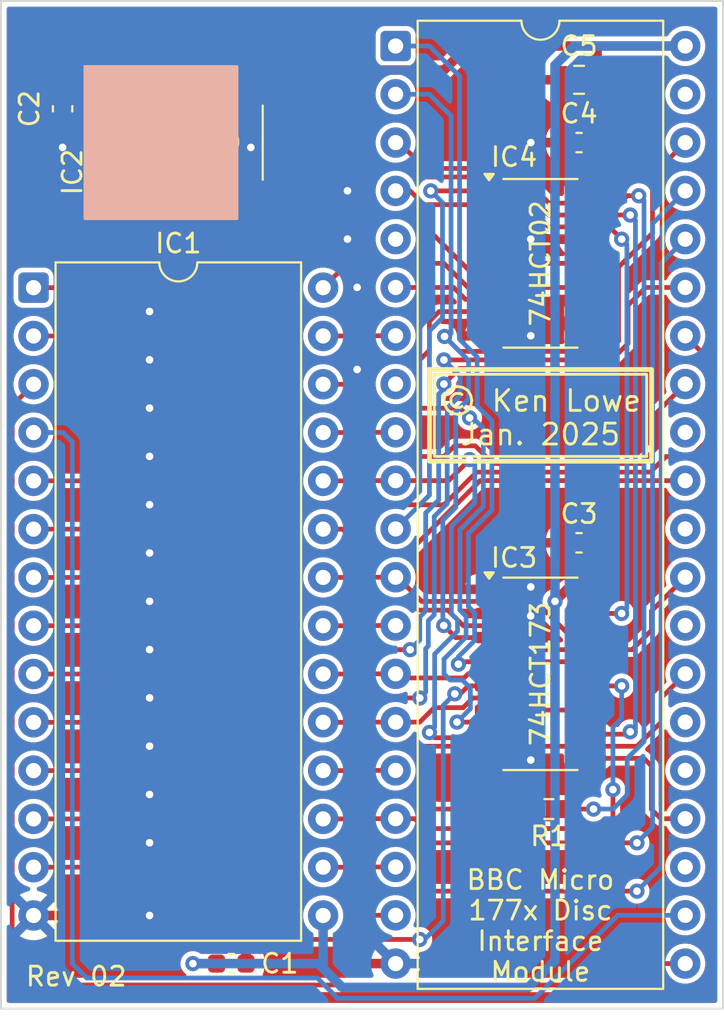
<source format=kicad_pcb>
(kicad_pcb (version 20241229) (generator "pcbnew") (generator_version "9.0")
  (title_block (title "Model B - 1770 Disc Interface") (date "2025-01-07") (rev "01") (company "Ken Lowe") (comment 1 "Rev 01: Initial Release") (comment 2 "Rev 02: Correct wiring error"))
  (layers (0 "F.Cu" signal) (2 "B.Cu" signal) (13 "F.Paste" user) (15 "B.Paste" user) (5 "F.SilkS" user "F.Silkscreen") (7 "B.SilkS" user "B.Silkscreen") (1 "F.Mask" user) (3 "B.Mask" user) (25 "Edge.Cuts" user))
  (net 0 "")
  (net 1 "+5V")
  (net 2 "GND")
  (net 3 "/CLK")
  (net 4 "/D0")
  (net 5 "/D5")
  (net 6 "/~{TRK0}")
  (net 7 "/D3")
  (net 8 "/D7")
  (net 9 "/D1")
  (net 10 "/RD_DATA")
  (net 11 "/DIR")
  (net 12 "/A1")
  (net 13 "/A0")
  (net 14 "/D6")
  (net 15 "/D4")
  (net 16 "/~{WR_PROT}")
  (net 17 "/MO")
  (net 18 "/~{INDEX}")
  (net 19 "/STEP")
  (net 20 "/WR_DATA")
  (net 21 "/WR_EN")
  (net 22 "/D2")
  (net 23 "Net-(IC1-~{DDEN})")
  (net 24 "Net-(IC1-~{MR})")
  (net 25 "Net-(IC1-DRQ)")
  (net 26 "Net-(IC1-INTRQ)")
  (net 27 "Net-(IC1-R{slash}~{W})")
  (net 28 "Net-(IC1-~{CS})")
  (net 29 "Net-(IC5-~{RD})")
  (net 30 "Net-(IC5-SEL1)")
  (net 31 "Net-(IC4-Pad2)")
  (net 32 "Net-(IC5-~{DACK})")
  (net 33 "Net-(IC5-INT)")
  (net 36 "Net-(IC5-CLK)")
  (net 44 "Net-(IC2-Pad11)")
  (net 45 "Net-(IC3-E2)")
  (net 46 "Net-(IC3-Cp)")
  (net 47 "Net-(IC2-Pad5)")
  (net 48 "Net-(IC3-Q1)")
  (net 49 "Net-(IC3-Mr)")
  (net 50 "Net-(IC3-Q0)")
  (net 51 "Net-(IC3-E1)")
  (footprint "Capacitor_SMD:C_0805_2012Metric" (layer "F.Cu") (at 109.982 38.862 180)
    (property "Reference" "C5")
    (property "Value" "10uF")
  )
  (footprint "Package_SO:SOIC-14_3.9x8.7mm_P1.27mm" (layer "F.Cu") (at 107.95 48.514)
    (property "Reference" "IC4")
    (property "Value" "74HCT02")
  )
  (footprint "Capacitor_SMD:C_0603_1608Metric" (layer "F.Cu") (at 109.982 63.214 180)
    (property "Reference" "C3")
    (property "Value" "100n")
  )
  (footprint "Capacitor_SMD:C_0603_1608Metric" (layer "F.Cu") (at 91.681 85.344)
    (property "Reference" "C1")
    (property "Value" "100n")
  )
  (footprint "Capacitor_SMD:C_0603_1608Metric" (layer "F.Cu") (at 109.982 42.164 180)
    (property "Reference" "C4")
    (property "Value" "100n")
  )
  (footprint "Package_DIP:DIP-40_W15.24mm" (layer "F.Cu") (at 100.33 37.084)
    (property "Reference" "IC5" (hide yes))
    (property "Value" "8271")
  )
  (footprint "Package_DIP:DIP-28_W15.24mm" (layer "F.Cu") (at 81.275 49.794)
    (property "Reference" "IC1")
    (property "Value" "WD1770")
  )
  (footprint "Package_SO:SOIC-16_3.9x9.9mm_P1.27mm" (layer "F.Cu") (at 107.95 70.104)
    (property "Reference" "IC3")
    (property "Value" "74HCT173")
  )
  (footprint "Resistor_SMD:R_0603_1608Metric" (layer "F.Cu") (at 108.395 77.216 180)
    (property "Reference" "R1")
    (property "Value" "100R")
  )
  (footprint "Capacitor_SMD:C_0603_1608Metric" (layer "F.Cu") (at 82.804 40.386 -90)
    (property "Reference" "C2")
    (property "Value" "100n")
  )
  (footprint "Package_SO:SOIC-14_3.9x8.7mm_P1.27mm" (layer "F.Cu") (at 88.9 42.164 90)
    (property "Reference" "IC2")
    (property "Value" "74HCT00")
  )
  (gr_rect (start 102.113 54.097) (end 113.797 58.923) (stroke (width 0.25)) (fill no) (layer "F.SilkS"))
  (gr_rect (start 102.367 54.351) (end 113.543 58.669) (stroke (width 0.15)) (fill no) (layer "F.SilkS"))
  (gr_rect (start 83.982 38.164) (end 91.982 46.164) (stroke (width 0.15)) (fill yes) (layer "B.SilkS"))
  (gr_rect (start 79.56 34.714) (end 117.56 87.714) (stroke (width 0.1)) (fill no) (layer "Edge.Cuts"))
  (gr_text "Rev 02" (at 80.777 86.609 0) (layer "F.SilkS") (effects (font (size 1 1)) (justify left bottom)))
  (gr_text "© Ken Lowe\nJan. 2025" (at 107.955 58.161 0) (layer "F.SilkS") (effects (font (size 1.1 1.1)) (justify bottom)))
  (gr_text "BBC Micro\n177x Disc\nInterface\nModule" (at 107.95 86.355 0) (layer "F.SilkS") (effects (font (size 1 1)) (justify bottom)))
  (segment (start 85.09 38.174432) (end 86.385432 36.879) (width 0.5) (layer "F.Cu") (net 1))
  (segment (start 85.09 39.689) (end 85.09 38.174432) (width 0.5) (layer "F.Cu") (net 1))
  (segment (start 110.757 63.214) (end 110.757 65.327) (width 0.5) (layer "F.Cu") (net 1))
  (segment (start 109.347 65.659) (end 108.716653 66.289347) (width 0.5) (layer "F.Cu") (net 1))
  (segment (start 93.504569 36.429) (end 95.424569 38.349) (width 0.5) (layer "F.Cu") (net 1))
  (segment (start 110.757 44.372) (end 110.425 44.704) (width 0.5) (layer "F.Cu") (net 1))
  (segment (start 110.757 42.164) (end 110.757 40.881) (width 0.5) (layer "F.Cu") (net 1))
  (segment (start 110.932 38.862) (end 110.932 40.706) (width 0.5) (layer "F.Cu") (net 1))
  (segment (start 110.757 65.327) (end 110.425 65.659) (width 0.5) (layer "F.Cu") (net 1))
  (segment (start 95.424569 38.349) (end 102.875 38.349) (width 0.5) (layer "F.Cu") (net 1))
  (segment (start 110.932 37.084) (end 115.57 37.084) (width 0.5) (layer "F.Cu") (net 1))
  (segment (start 110.425 65.659) (end 109.347 65.659) (width 0.5) (layer "F.Cu") (net 1))
  (segment (start 110.932 40.706) (end 110.757 40.881) (width 0.5) (layer "F.Cu") (net 1))
  (segment (start 89.159 36.879) (end 89.609 36.429) (width 0.5) (layer "F.Cu") (net 1))
  (segment (start 82.804 39.611) (end 85.012 39.611) (width 0.5) (layer "F.Cu") (net 1))
  (segment (start 110.932 38.862) (end 110.932 37.084) (width 0.5) (layer "F.Cu") (net 1))
  (segment (start 102.875 38.349) (end 104.14 37.084) (width 0.5) (layer "F.Cu") (net 1))
  (segment (start 104.14 37.084) (end 110.932 37.084) (width 0.5) (layer "F.Cu") (net 1))
  (segment (start 110.757 42.164) (end 110.757 44.372) (width 0.5) (layer "F.Cu") (net 1))
  (segment (start 89.609 36.429) (end 93.504569 36.429) (width 0.5) (layer "F.Cu") (net 1))
  (segment (start 86.385432 36.879) (end 89.159 36.879) (width 0.5) (layer "F.Cu") (net 1))
  (segment (start 90.906 85.344) (end 89.662 85.344) (width 0.5) (layer "F.Cu") (net 1))
  (via (at 108.716653 66.289347) (size 0.8) (drill 0.4) (layers "F.Cu" "B.Cu") (net 1))
  (via (at 89.662 85.344) (size 0.8) (drill 0.4) (layers "F.Cu" "B.Cu") (net 1))
  (segment (start 108.716653 66.289347) (end 108.716653 38.095347) (width 0.5) (layer "B.Cu") (net 1))
  (segment (start 89.662 85.344) (end 96.266 85.344) (width 0.5) (layer "B.Cu") (net 1))
  (segment (start 96.266 85.344) (end 96.515 85.593) (width 0.5) (layer "B.Cu") (net 1))
  (segment (start 108.716653 38.095347) (end 109.728 37.084) (width 0.5) (layer "B.Cu") (net 1))
  (segment (start 96.515 85.593) (end 97.516 86.594) (width 0.5) (layer "B.Cu") (net 1))
  (segment (start 109.728 37.084) (end 115.57 37.084) (width 0.5) (layer "B.Cu") (net 1))
  (segment (start 96.515 85.593) (end 96.515 82.814) (width 0.5) (layer "B.Cu") (net 1))
  (segment (start 107.317 86.594) (end 108.716653 85.194347) (width 0.5) (layer "B.Cu") (net 1))
  (segment (start 97.516 86.594) (end 107.317 86.594) (width 0.5) (layer "B.Cu") (net 1))
  (segment (start 108.716653 85.194347) (end 108.716653 66.289347) (width 0.5) (layer "B.Cu") (net 1))
  (segment (start 92.71 85.344) (end 100.33 85.344) (width 0.5) (layer "F.Cu") (net 2))
  (segment (start 87.381 82.814) (end 81.275 82.814) (width 0.5) (layer "F.Cu") (net 2))
  (segment (start 82.804 42.418) (end 82.804 41.161) (width 0.5) (layer "F.Cu") (net 2))
  (segment (start 107.352 74.549) (end 107.442 74.639) (width 0.5) (layer "F.Cu") (net 2))
  (segment (start 107.442 65.532) (end 108.204 65.532) (width 0.5) (layer "F.Cu") (net 2))
  (segment (start 92.71 42.418) (end 92.71 44.639) (width 0.5) (layer "F.Cu") (net 2))
  (segment (start 105.475 65.659) (end 107.315 65.659) (width 0.5) (layer "F.Cu") (net 2))
  (segment (start 105.475 66.929) (end 107.305694 66.929) (width 0.5) (layer "F.Cu") (net 2))
  (segment (start 92.456 85.344) (end 92.456 83.82) (width 0.5) (layer "F.Cu") (net 2))
  (segment (start 107.315 65.659) (end 107.442 65.532) (width 0.5) (layer "F.Cu") (net 2))
  (segment (start 109.207 40.881) (end 109.207 42.164) (width 0.5) (layer "F.Cu") (net 2))
  (segment (start 109.032 40.706) (end 109.207 40.881) (width 0.5) (layer "F.Cu") (net 2))
  (segment (start 109.207 42.164) (end 107.442 42.164) (width 0.5) (layer "F.Cu") (net 2))
  (segment (start 109.207 63.214) (end 109.207 64.529) (width 0.5) (layer "F.Cu") (net 2))
  (segment (start 105.475 74.549) (end 107.352 74.549) (width 0.5) (layer "F.Cu") (net 2))
  (segment (start 109.207 64.529) (end 108.204 65.532) (width 0.5) (layer "F.Cu") (net 2))
  (segment (start 92.456 83.82) (end 91.45 82.814) (width 0.5) (layer "F.Cu") (net 2))
  (segment (start 107.442 47.244) (end 110.425 47.244) (width 0.5) (layer "F.Cu") (net 2))
  (segment (start 91.45 82.814) (end 87.381 82.814) (width 0.5) (layer "F.Cu") (net 2))
  (segment (start 107.442 52.324) (end 105.475 52.324) (width 0.5) (layer "F.Cu") (net 2))
  (segment (start 107.305694 66.929) (end 107.437347 67.060653) (width 0.5) (layer "F.Cu") (net 2))
  (segment (start 109.032 38.862) (end 109.032 40.706) (width 0.5) (layer "F.Cu") (net 2))
  (via (at 107.442 47.244) (size 0.8) (drill 0.4) (layers "F.Cu" "B.Cu") (net 2))
  (via (at 107.442 42.164) (size 0.8) (drill 0.4) (layers "F.Cu" "B.Cu") (net 2))
  (via (at 87.381 82.814) (size 0.8) (drill 0.4) (layers "F.Cu" "B.Cu") (net 2))
  (via (at 87.381 61.209) (size 0.8) (drill 0.4) (layers "F.Cu" "B.Cu") (net 2))
  (via (at 87.381 68.829) (size 0.8) (drill 0.4) (layers "F.Cu" "B.Cu") (net 2))
  (via (at 87.381 51.049) (size 0.8) (drill 0.4) (layers "F.Cu" "B.Cu") (net 2))
  (via (at 97.795 47.239) (size 0.8) (drill 0.4) (layers "F.Cu" "B.Cu") (net 2))
  (via (at 87.381 58.669) (size 0.8) (drill 0.4) (layers "F.Cu" "B.Cu") (net 2))
  (via (at 82.804 42.418) (size 0.8) (drill 0.4) (layers "F.Cu" "B.Cu") (net 2))
  (via (at 92.71 42.418) (size 0.8) (drill 0.4) (layers "F.Cu" "B.Cu") (net 2))
  (via (at 107.442 74.639) (size 0.8) (drill 0.4) (layers "F.Cu" "B.Cu") (net 2))
  (via (at 87.381 76.449) (size 0.8) (drill 0.4) (layers "F.Cu" "B.Cu") (net 2))
  (via (at 97.795 44.699) (size 0.8) (drill 0.4) (layers "F.Cu" "B.Cu") (net 2))
  (via (at 87.381 78.989) (size 0.8) (drill 0.4) (layers "F.Cu" "B.Cu") (net 2))
  (via (at 87.381 66.289) (size 0.8) (drill 0.4) (layers "F.Cu" "B.Cu") (net 2))
  (via (at 98.303 54.097) (size 0.8) (drill 0.4) (layers "F.Cu" "B.Cu") (net 2))
  (via (at 107.437347 67.060653) (size 0.8) (drill 0.4) (layers "F.Cu" "B.Cu") (net 2))
  (via (at 87.381 63.749) (size 0.8) (drill 0.4) (layers "F.Cu" "B.Cu") (net 2))
  (via (at 107.442 65.532) (size 0.8) (drill 0.4) (layers "F.Cu" "B.Cu") (net 2))
  (via (at 87.381 73.909) (size 0.8) (drill 0.4) (layers "F.Cu" "B.Cu") (net 2))
  (via (at 107.442 52.324) (size 0.8) (drill 0.4) (layers "F.Cu" "B.Cu") (net 2))
  (via (at 87.381 71.369) (size 0.8) (drill 0.4) (layers "F.Cu" "B.Cu") (net 2))
  (via (at 87.381 53.589) (size 0.8) (drill 0.4) (layers "F.Cu" "B.Cu") (net 2))
  (via (at 98.303 49.779) (size 0.8) (drill 0.4) (layers "F.Cu" "B.Cu") (net 2))
  (via (at 87.381 56.129) (size 0.8) (drill 0.4) (layers "F.Cu" "B.Cu") (net 2))
  (segment (start 92.71 42.418) (end 97.282 42.418) (width 0.5) (layer "B.Cu") (net 2))
  (segment (start 87.381 78.989) (end 87.381 76.449) (width 0.5) (layer "B.Cu") (net 2))
  (segment (start 87.381 66.289) (end 87.381 63.749) (width 0.5) (layer "B.Cu") (net 2))
  (segment (start 87.381 53.589) (end 87.381 51.049) (width 0.5) (layer "B.Cu") (net 2))
  (segment (start 82.809 42.423) (end 82.804 42.418) (width 0.5) (layer "B.Cu") (net 2))
  (segment (start 87.381 71.369) (end 87.381 68.829) (width 0.5) (layer "B.Cu") (net 2))
  (segment (start 82.809 44.699) (end 82.809 42.423) (width 0.5) (layer "B.Cu") (net 2))
  (segment (start 98.303 47.747) (end 97.795 47.239) (width 0.5) (layer "B.Cu") (net 2))
  (segment (start 107.437347 65.536653) (end 107.442 65.532) (width 0.5) (layer "B.Cu") (net 2))
  (segment (start 92.71 42.418) (end 89.159 42.418) (width 0.5) (layer "B.Cu") (net 2))
  (segment (start 107.442 65.532) (end 107.442 52.324) (width 0.5) (layer "B.Cu") (net 2))
  (segment (start 87.381 82.814) (end 87.381 78.989) (width 0.5) (layer "B.Cu") (net 2))
  (segment (start 87.381 58.669) (end 87.381 56.129) (width 0.5) (layer "B.Cu") (net 2))
  (segment (start 87.381 76.449) (end 87.381 73.909) (width 0.5) (layer "B.Cu") (net 2))
  (segment (start 97.79 44.694) (end 97.795 44.699) (width 0.5) (layer "B.Cu") (net 2))
  (segment (start 97.795 42.931) (end 97.282 42.418) (width 0.5) (layer "B.Cu") (net 2))
  (segment (start 107.442 42.164) (end 107.442 47.244) (width 0.5) (layer "B.Cu") (net 2))
  (segment (start 87.381 68.829) (end 87.381 66.289) (width 0.5) (layer "B.Cu") (net 2))
  (segment (start 89.159 42.418) (end 82.804 42.418) (width 0.5) (layer "B.Cu") (net 2))
  (segment (start 87.381 56.129) (end 87.381 53.589) (width 0.5) (layer "B.Cu") (net 2))
  (segment (start 87.381 63.749) (end 87.381 61.209) (width 0.5) (layer "B.Cu") (net 2))
  (segment (start 87.381 49.271) (end 82.809 44.699) (width 0.5) (layer "B.Cu") (net 2))
  (segment (start 107.437347 67.060653) (end 107.437347 74.634347) (width 0.5) (layer "B.Cu") (net 2))
  (segment (start 107.442 74.639) (end 107.442 84.328) (width 0.5) (layer "B.Cu") (net 2))
  (segment (start 107.437347 74.634347) (end 107.442 74.639) (width 0.5) (layer "B.Cu") (net 2))
  (segment (start 98.303 49.779) (end 98.303 47.747) (width 0.5) (layer "B.Cu") (net 2))
  (segment (start 87.381 73.909) (end 87.381 71.369) (width 0.5) (layer "B.Cu") (net 2))
  (segment (start 107.437347 67.060653) (end 107.437347 65.536653) (width 0.5) (layer "B.Cu") (net 2))
  (segment (start 97.795 44.699) (end 97.795 47.239) (width 0.5) (layer "B.Cu") (net 2))
  (segment (start 87.381 61.209) (end 87.381 58.669) (width 0.5) (layer "B.Cu") (net 2))
  (segment (start 106.426 85.344) (end 107.442 84.328) (width 0.5) (layer "B.Cu") (net 2))
  (segment (start 98.303 49.779) (end 98.303 54.097) (width 0.5) (layer "B.Cu") (net 2))
  (segment (start 107.442 52.324) (end 107.442 47.244) (width 0.5) (layer "B.Cu") (net 2))
  (segment (start 97.795 44.699) (end 97.795 42.931) (width 0.5) (layer "B.Cu") (net 2))
  (segment (start 87.381 51.049) (end 87.381 49.271) (width 0.5) (layer "B.Cu") (net 2))
  (segment (start 106.426 85.344) (end 100.33 85.344) (width 0.5) (layer "B.Cu") (net 2))
  (segment (start 102.322 77.216) (end 101.56 76.454) (width 0.25) (layer "F.Cu") (net 3))
  (segment (start 101.56 76.454) (end 99.06 76.454) (width 0.25) (layer "F.Cu") (net 3))
  (segment (start 99.06 76.454) (end 97.8 75.194) (width 0.25) (layer "F.Cu") (net 3))
  (segment (start 97.8 75.194) (end 96.515 75.194) (width 0.25) (layer "F.Cu") (net 3))
  (segment (start 107.57 77.216) (end 102.322 77.216) (width 0.25) (layer "F.Cu") (net 3))
  (segment (start 99.06 65.024) (end 97.79 63.754) (width 0.25) (layer "F.Cu") (net 4))
  (segment (start 100.33 65.024) (end 99.06 65.024) (width 0.25) (layer "F.Cu") (net 4))
  (segment (start 81.275 59.954) (end 90.18 59.954) (width 0.25) (layer "F.Cu") (net 4))
  (segment (start 100.426396 65.024) (end 101.696396 66.294) (width 0.25) (layer "F.Cu") (net 4))
  (segment (start 107.696 66.294) (end 109.601 68.199) (width 0.25) (layer "F.Cu") (net 4))
  (segment (start 93.98 63.754) (end 97.79 63.754) (width 0.25) (layer "F.Cu") (net 4))
  (segment (start 90.18 59.954) (end 93.98 63.754) (width 0.25) (layer "F.Cu") (net 4))
  (segment (start 101.696396 66.294) (end 107.696 66.294) (width 0.25) (layer "F.Cu") (net 4))
  (segment (start 101.331 77.724) (end 101.849 78.242) (width 0.25) (layer "F.Cu") (net 5))
  (segment (start 101.849 78.242) (end 111.496 78.242) (width 0.25) (layer "F.Cu") (net 5))
  (segment (start 100.33 77.724) (end 101.331 77.724) (width 0.25) (layer "F.Cu") (net 5))
  (segment (start 112.225 70.739) (end 110.425 70.739) (width 0.25) (layer "F.Cu") (net 5))
  (segment (start 111.496 78.242) (end 111.765 77.973) (width 0.25) (layer "F.Cu") (net 5))
  (segment (start 99.06 77.724) (end 97.79 76.454) (width 0.25) (layer "F.Cu") (net 5))
  (segment (start 81.275 72.654) (end 90.18 72.654) (width 0.25) (layer "F.Cu") (net 5))
  (segment (start 90.18 72.654) (end 93.98 76.454) (width 0.25) (layer "F.Cu") (net 5))
  (segment (start 93.98 76.454) (end 97.79 76.454) (width 0.25) (layer "F.Cu") (net 5))
  (segment (start 111.765 77.973) (end 111.765 76.195) (width 0.25) (layer "F.Cu") (net 5))
  (segment (start 100.33 77.724) (end 99.06 77.724) (width 0.25) (layer "F.Cu") (net 5))
  (via (at 112.225 70.739) (size 0.8) (drill 0.4) (layers "F.Cu" "B.Cu") (net 5))
  (via (at 111.765 76.195) (size 0.8) (drill 0.4) (layers "F.Cu" "B.Cu") (net 5))
  (segment (start 112.225 72.438) (end 112.225 70.739) (width 0.25) (layer "B.Cu") (net 5))
  (segment (start 111.765 72.898) (end 111.765 76.195) (width 0.25) (layer "B.Cu") (net 5))
  (segment (start 112.225 72.438) (end 111.765 72.898) (width 0.25) (layer "B.Cu") (net 5))
  (segment (start 100.966396 63.754) (end 104.776396 59.944) (width 0.25) (layer "F.Cu") (net 6))
  (segment (start 98.806 63.754) (end 100.966396 63.754) (width 0.25) (layer "F.Cu") (net 6))
  (segment (start 104.776396 59.944) (end 115.57 59.944) (width 0.25) (layer "F.Cu") (net 6))
  (segment (start 96.515 62.494) (end 97.546 62.494) (width 0.25) (layer "F.Cu") (net 6))
  (segment (start 97.546 62.494) (end 98.806 63.754) (width 0.25) (layer "F.Cu") (net 6))
  (segment (start 101.6 72.644) (end 100.33 72.644) (width 0.25) (layer "F.Cu") (net 7))
  (segment (start 93.98 71.374) (end 97.79 71.374) (width 0.25) (layer "F.Cu") (net 7))
  (segment (start 81.275 67.574) (end 90.18 67.574) (width 0.25) (layer "F.Cu") (net 7))
  (segment (start 100.33 72.644) (end 99.06 72.644) (width 0.25) (layer "F.Cu") (net 7))
  (segment (start 110.425 72.009) (end 107.315 72.009) (width 0.25) (layer "F.Cu") (net 7))
  (segment (start 102.362 71.882) (end 101.6 72.644) (width 0.25) (layer "F.Cu") (net 7))
  (segment (start 90.18 67.574) (end 93.98 71.374) (width 0.25) (layer "F.Cu") (net 7))
  (segment (start 107.315 72.009) (end 106.68 71.374) (width 0.25) (layer "F.Cu") (net 7))
  (segment (start 103.886 71.882) (end 102.362 71.882) (width 0.25) (layer "F.Cu") (net 7))
  (segment (start 99.06 72.644) (end 97.79 71.374) (width 0.25) (layer "F.Cu") (net 7))
  (segment (start 104.394 71.374) (end 103.886 71.882) (width 0.25) (layer "F.Cu") (net 7))
  (segment (start 106.68 71.374) (end 104.394 71.374) (width 0.25) (layer "F.Cu") (net 7))
  (segment (start 90.18 77.734) (end 93.98 81.534) (width 0.25) (layer "F.Cu") (net 8))
  (segment (start 99.06 82.804) (end 97.79 81.534) (width 0.25) (layer "F.Cu") (net 8))
  (segment (start 100.33 82.804) (end 99.06 82.804) (width 0.25) (layer "F.Cu") (net 8))
  (segment (start 81.275 77.734) (end 90.18 77.734) (width 0.25) (layer "F.Cu") (net 8))
  (segment (start 93.98 81.534) (end 97.79 81.534) (width 0.25) (layer "F.Cu") (net 8))
  (segment (start 90.18 62.494) (end 93.98 66.294) (width 0.25) (layer "F.Cu") (net 9))
  (segment (start 81.275 62.494) (end 90.18 62.494) (width 0.25) (layer "F.Cu") (net 9))
  (segment (start 100.33 67.564) (end 99.06 67.564) (width 0.25) (layer "F.Cu") (net 9))
  (segment (start 93.98 66.294) (end 97.79 66.294) (width 0.25) (layer "F.Cu") (net 9))
  (segment (start 99.06 67.564) (end 97.79 66.294) (width 0.25) (layer "F.Cu") (net 9))
  (segment (start 97.8 72.654) (end 99.06 73.914) (width 0.25) (layer "F.Cu") (net 10))
  (segment (start 114.3 72.644) (end 114.3 71.374) (width 0.25) (layer "F.Cu") (net 10))
  (segment (start 114.3 71.374) (end 115.57 70.104) (width 0.25) (layer "F.Cu") (net 10))
  (segment (start 99.06 73.914) (end 113.03 73.914) (width 0.25) (layer "F.Cu") (net 10))
  (segment (start 113.03 73.914) (end 114.3 72.644) (width 0.25) (layer "F.Cu") (net 10))
  (segment (start 96.515 72.654) (end 97.8 72.654) (width 0.25) (layer "F.Cu") (net 10))
  (segment (start 96.515 77.734) (end 97.8 77.734) (width 0.25) (layer "F.Cu") (net 11))
  (segment (start 97.8 77.734) (end 99.06 78.994) (width 0.25) (layer "F.Cu") (net 11))
  (segment (start 99.06 78.994) (end 113.03 78.994) (width 0.25) (layer "F.Cu") (net 11))
  (via (at 113.03 78.994) (size 0.8) (drill 0.4) (layers "F.Cu" "B.Cu") (net 11))
  (segment (start 113.85 78.174) (end 113.85 46.424) (width 0.25) (layer "B.Cu") (net 11))
  (segment (start 113.85 46.424) (end 115.57 44.704) (width 0.25) (layer "B.Cu") (net 11))
  (segment (start 113.03 78.994) (end 113.85 78.174) (width 0.25) (layer "B.Cu") (net 11))
  (segment (start 84.079 86.101) (end 83.317 85.339) (width 0.25) (layer "B.Cu") (net 12))
  (segment (start 82.824 57.414) (end 81.275 57.414) (width 0.25) (layer "B.Cu") (net 12))
  (segment (start 96.209828 86.101) (end 84.079 86.101) (width 0.25) (layer "B.Cu") (net 12))
  (segment (start 83.317 57.907) (end 82.824 57.414) (width 0.25) (layer "B.Cu") (net 12))
  (segment (start 115.57 82.804) (end 112.014 82.804) (width 0.25) (layer "B.Cu") (net 12))
  (segment (start 83.317 85.339) (end 83.317 57.907) (width 0.25) (layer "B.Cu") (net 12))
  (segment (start 107.649 87.169) (end 97.277828 87.169) (width 0.25) (layer "B.Cu") (net 12))
  (segment (start 112.014 82.804) (end 107.649 87.169) (width 0.25) (layer "B.Cu") (net 12))
  (segment (start 97.277828 87.169) (end 96.209828 86.101) (width 0.25) (layer "B.Cu") (net 12))
  (segment (start 80.15 55.999) (end 80.15 85.484) (width 0.25) (layer "F.Cu") (net 13))
  (segment (start 81.275 54.874) (end 80.15 55.999) (width 0.25) (layer "F.Cu") (net 13))
  (segment (start 81.135 86.469) (end 110.635 86.469) (width 0.25) (layer "F.Cu") (net 13))
  (segment (start 110.635 86.469) (end 111.76 85.344) (width 0.25) (layer "F.Cu") (net 13))
  (segment (start 111.76 85.344) (end 115.57 85.344) (width 0.25) (layer "F.Cu") (net 13))
  (segment (start 80.15 85.484) (end 81.135 86.469) (width 0.25) (layer "F.Cu") (net 13))
  (segment (start 99.06 80.264) (end 97.79 78.994) (width 0.25) (layer "F.Cu") (net 14))
  (segment (start 93.98 78.994) (end 97.79 78.994) (width 0.25) (layer "F.Cu") (net 14))
  (segment (start 90.18 75.194) (end 93.98 78.994) (width 0.25) (layer "F.Cu") (net 14))
  (segment (start 100.33 80.264) (end 99.06 80.264) (width 0.25) (layer "F.Cu") (net 14))
  (segment (start 81.275 75.194) (end 90.18 75.194) (width 0.25) (layer "F.Cu") (net 14))
  (segment (start 100.33 75.184) (end 99.06 75.184) (width 0.25) (layer "F.Cu") (net 15))
  (segment (start 81.275 70.114) (end 90.18 70.114) (width 0.25) (layer "F.Cu") (net 15))
  (segment (start 99.06 75.184) (end 97.79 73.914) (width 0.25) (layer "F.Cu") (net 15))
  (segment (start 90.18 70.114) (end 93.98 73.914) (width 0.25) (layer "F.Cu") (net 15))
  (segment (start 93.98 73.914) (end 97.79 73.914) (width 0.25) (layer "F.Cu") (net 15))
  (segment (start 104.520304 58.113696) (end 103.430304 58.113696) (width 0.25) (layer "F.Cu") (net 16))
  (segment (start 102.87 58.674) (end 99.06 58.674) (width 0.25) (layer "F.Cu") (net 16))
  (segment (start 114.06 56.374) (end 114.06 58.214) (width 0.25) (layer "F.Cu") (net 16))
  (segment (start 114.06 58.214) (end 113.23 59.044) (width 0.25) (layer "F.Cu") (net 16))
  (segment (start 115.57 54.864) (end 114.06 56.374) (width 0.25) (layer "F.Cu") (net 16))
  (segment (start 99.06 58.674) (end 97.8 57.414) (width 0.25) (layer "F.Cu") (net 16))
  (segment (start 103.430304 58.113696) (end 102.87 58.674) (width 0.25) (layer "F.Cu") (net 16))
  (segment (start 113.23 59.044) (end 105.450608 59.044) (width 0.25) (layer "F.Cu") (net 16))
  (segment (start 105.450608 59.044) (end 104.520304 58.113696) (width 0.25) (layer "F.Cu") (net 16))
  (segment (start 97.8 57.414) (end 96.515 57.414) (width 0.25) (layer "F.Cu") (net 16))
  (segment (start 115.57 42.164) (end 113.85 43.884) (width 0.25) (layer "F.Cu") (net 17))
  (segment (start 113.85 43.884) (end 113.85 46.924) (width 0.25) (layer "F.Cu") (net 17))
  (segment (start 96.515 70.114) (end 97.8 70.114) (width 0.25) (layer "F.Cu") (net 17))
  (segment (start 97.8 70.114) (end 99.06 71.374) (width 0.25) (layer "F.Cu") (net 17))
  (segment (start 99.06 71.374) (end 101.6 71.374) (width 0.25) (layer "F.Cu") (net 17))
  (segment (start 112.06 48.714) (end 112.06 52.594) (width 0.25) (layer "F.Cu") (net 17))
  (segment (start 112.06 52.594) (end 111.06 53.594) (width 0.25) (layer "F.Cu") (net 17))
  (segment (start 111.06 53.594) (end 102.87 53.594) (width 0.25) (layer "F.Cu") (net 17))
  (segment (start 113.85 46.924) (end 112.06 48.714) (width 0.25) (layer "F.Cu") (net 17))
  (via (at 101.6 71.374) (size 0.8) (drill 0.4) (layers "F.Cu" "B.Cu") (net 17))
  (via (at 102.87 53.594) (size 0.8) (drill 0.4) (layers "F.Cu" "B.Cu") (net 17))
  (segment (start 101.912 71.062) (end 101.6 71.374) (width 0.25) (layer "B.Cu") (net 17))
  (segment (start 103.045 61.146396) (end 102.362 61.829396) (width 0.25) (layer "B.Cu") (net 17))
  (segment (start 102.05 68.638) (end 101.912 68.776) (width 0.25) (layer "B.Cu") (net 17))
  (segment (start 102.05 67.31) (end 102.05 68.638) (width 0.25) (layer "B.Cu") (net 17))
  (segment (start 103.7195 54.4435) (end 103.7195 55.4595) (width 0.25) (layer "B.Cu") (net 17))
  (segment (start 102.362 66.998) (end 102.05 67.31) (width 0.25) (layer "B.Cu") (net 17))
  (segment (start 102.362 61.829396) (end 102.362 66.998) (width 0.25) (layer "B.Cu") (net 17))
  (segment (start 103.7195 55.4595) (end 103.045 56.134) (width 0.25) (layer "B.Cu") (net 17))
  (segment (start 102.87 53.594) (end 103.7195 54.4435) (width 0.25) (layer "B.Cu") (net 17))
  (segment (start 103.045 56.134) (end 103.045 61.146396) (width 0.25) (layer "B.Cu") (net 17))
  (segment (start 101.912 68.776) (end 101.912 71.062) (width 0.25) (layer "B.Cu") (net 17))
  (segment (start 96.515 59.954) (end 97.8 59.954) (width 0.25) (layer "F.Cu") (net 18))
  (segment (start 113.74 59.494) (end 114.56 58.674) (width 0.25) (layer "F.Cu") (net 18))
  (segment (start 114.56 58.674) (end 115.890991 58.674) (width 0.25) (layer "F.Cu") (net 18))
  (segment (start 102.87 61.214) (end 104.59 59.494) (width 0.25) (layer "F.Cu") (net 18))
  (segment (start 116.84 53.594) (end 115.57 52.324) (width 0.25) (layer "F.Cu") (net 18))
  (segment (start 97.8 59.954) (end 99.06 61.214) (width 0.25) (layer "F.Cu") (net 18))
  (segment (start 104.59 59.494) (end 113.74 59.494) (width 0.25) (layer "F.Cu") (net 18))
  (segment (start 115.890991 58.674) (end 116.84 57.724991) (width 0.25) (layer "F.Cu") (net 18))
  (segment (start 99.06 61.214) (end 102.87 61.214) (width 0.25) (layer "F.Cu") (net 18))
  (segment (start 116.84 57.724991) (end 116.84 53.594) (width 0.25) (layer "F.Cu") (net 18))
  (segment (start 99.06 81.534) (end 113.03 81.534) (width 0.25) (layer "F.Cu") (net 19))
  (segment (start 96.515 80.274) (end 97.8 80.274) (width 0.25) (layer "F.Cu") (net 19))
  (segment (start 97.8 80.274) (end 99.06 81.534) (width 0.25) (layer "F.Cu") (net 19))
  (via (at 113.03 81.534) (size 0.8) (drill 0.4) (layers "F.Cu" "B.Cu") (net 19))
  (segment (start 113.03 81.534) (end 114.3 80.264) (width 0.25) (layer "B.Cu") (net 19))
  (segment (start 114.3 48.514) (end 115.57 47.244) (width 0.25) (layer "B.Cu") (net 19))
  (segment (start 114.3 80.264) (end 114.3 48.514) (width 0.25) (layer "B.Cu") (net 19))
  (segment (start 107.82 68.834) (end 112.776 68.834) (width 0.25) (layer "F.Cu") (net 20))
  (segment (start 101.06 66.294) (end 101.52 66.754) (width 0.25) (layer "F.Cu") (net 20))
  (segment (start 97.64637 65.034) (end 98.90637 66.294) (width 0.25) (layer "F.Cu") (net 20))
  (segment (start 113.792 66.802) (end 115.57 65.024) (width 0.25) (layer "F.Cu") (net 20))
  (segment (start 106.56 67.574) (end 107.82 68.834) (width 0.25) (layer "F.Cu") (net 20))
  (segment (start 98.90637 66.294) (end 101.06 66.294) (width 0.25) (layer "F.Cu") (net 20))
  (segment (start 96.515 65.034) (end 97.64637 65.034) (width 0.25) (layer "F.Cu") (net 20))
  (segment (start 103.896002 67.574) (end 106.56 67.574) (width 0.25) (layer "F.Cu") (net 20))
  (segment (start 103.076002 66.754) (end 103.896002 67.574) (width 0.25) (layer "F.Cu") (net 20))
  (segment (start 101.52 66.754) (end 103.076002 66.754) (width 0.25) (layer "F.Cu") (net 20))
  (segment (start 112.776 68.834) (end 113.792 67.818) (width 0.25) (layer "F.Cu") (net 20))
  (segment (start 113.792 67.818) (end 113.792 66.802) (width 0.25) (layer "F.Cu") (net 20))
  (segment (start 97.8 67.574) (end 99.06 68.834) (width 0.25) (layer "F.Cu") (net 21))
  (segment (start 111.246396 54.044) (end 103.69 54.044) (width 0.25) (layer "F.Cu") (net 21))
  (segment (start 99.06 68.834) (end 101.092 68.834) (width 0.25) (layer "F.Cu") (net 21))
  (segment (start 96.515 67.574) (end 97.8 67.574) (width 0.25) (layer "F.Cu") (net 21))
  (segment (start 115.57 49.784) (end 113.49 49.784) (width 0.25) (layer "F.Cu") (net 21))
  (segment (start 112.56 50.714) (end 112.56 52.730396) (width 0.25) (layer "F.Cu") (net 21))
  (segment (start 113.49 49.784) (end 112.56 50.714) (width 0.25) (layer "F.Cu") (net 21))
  (segment (start 103.69 54.044) (end 102.87 54.864) (width 0.25) (layer "F.Cu") (net 21))
  (segment (start 112.56 52.730396) (end 111.246396 54.044) (width 0.25) (layer "F.Cu") (net 21))
  (via (at 101.092 68.834) (size 0.8) (drill 0.4) (layers "F.Cu" "B.Cu") (net 21))
  (via (at 102.87 54.864) (size 0.8) (drill 0.4) (layers "F.Cu" "B.Cu") (net 21))
  (segment (start 101.912 61.643) (end 102.595 60.96) (width 0.25) (layer "B.Cu") (net 21))
  (segment (start 102.595 55.393) (end 102.87 55.118) (width 0.25) (layer "B.Cu") (net 21))
  (segment (start 101.6 68.326) (end 101.6 67.114) (width 0.25) (layer "B.Cu") (net 21))
  (segment (start 101.092 68.834) (end 101.6 68.326) (width 0.25) (layer "B.Cu") (net 21))
  (segment (start 101.912 66.802) (end 101.912 61.643) (width 0.25) (layer "B.Cu") (net 21))
  (segment (start 102.87 55.118) (end 102.87 54.864) (width 0.25) (layer "B.Cu") (net 21))
  (segment (start 102.595 60.96) (end 102.595 55.393) (width 0.25) (layer "B.Cu") (net 21))
  (segment (start 101.6 67.114) (end 101.912 66.802) (width 0.25) (layer "B.Cu") (net 21))
  (segment (start 93.98 68.834) (end 97.79 68.834) (width 0.25) (layer "F.Cu") (net 22))
  (segment (start 110.425 69.469) (end 107.315 69.469) (width 0.25) (layer "F.Cu") (net 22))
  (segment (start 107.315 69.469) (end 106.68 70.104) (width 0.25) (layer "F.Cu") (net 22))
  (segment (start 100.33 70.104) (end 99.06 70.104) (width 0.25) (layer "F.Cu") (net 22))
  (segment (start 81.275 65.034) (end 90.18 65.034) (width 0.25) (layer "F.Cu") (net 22))
  (segment (start 90.18 65.034) (end 93.98 68.834) (width 0.25) (layer "F.Cu") (net 22))
  (segment (start 106.68 70.104) (end 104.149305 70.104) (width 0.25) (layer "F.Cu") (net 22))
  (segment (start 103.932305 70.321) (end 100.547 70.321) (width 0.25) (layer "F.Cu") (net 22))
  (segment (start 104.149305 70.104) (end 103.932305 70.321) (width 0.25) (layer "F.Cu") (net 22))
  (segment (start 99.06 70.104) (end 97.79 68.834) (width 0.25) (layer "F.Cu") (net 22))
  (segment (start 99.06 56.134) (end 103.712 56.134) (width 0.25) (layer "F.Cu") (net 23))
  (segment (start 104.22 56.642) (end 103.712 56.134) (width 0.25) (layer "F.Cu") (net 23))
  (segment (start 97.8 54.874) (end 99.06 56.134) (width 0.25) (layer "F.Cu") (net 23))
  (segment (start 104.84 72.644) (end 103.558 72.644) (width 0.25) (layer "F.Cu") (net 23))
  (segment (start 105.475 72.009) (end 104.84 72.644) (width 0.25) (layer "F.Cu") (net 23))
  (segment (start 96.515 54.874) (end 97.8 54.874) (width 0.25) (layer "F.Cu") (net 23))
  (via (at 104.22 56.642) (size 0.8) (drill 0.4) (layers "F.Cu" "B.Cu") (net 23))
  (via (at 103.558 72.644) (size 0.8) (drill 0.4) (layers "F.Cu" "B.Cu") (net 23))
  (segment (start 102.876049 69.326646) (end 102.876049 70.110049) (width 0.25) (layer "B.Cu") (net 23))
  (segment (start 104.944999 57.192999) (end 104.944999 61.299397) (width 0.25) (layer "B.Cu") (net 23))
  (segment (start 103.712 62.532396) (end 103.712 66.753602) (width 0.25) (layer "B.Cu") (net 23))
  (segment (start 104.944999 61.299397) (end 103.712 62.532396) (width 0.25) (layer "B.Cu") (net 23))
  (segment (start 104.262 71.94) (end 103.558 72.644) (width 0.25) (layer "B.Cu") (net 23))
  (segment (start 104.394 56.642) (end 104.944999 57.192999) (width 0.25) (layer "B.Cu") (net 23))
  (segment (start 103.844 70.432) (end 104.262 70.85) (width 0.25) (layer "B.Cu") (net 23))
  (segment (start 104.035696 67.077298) (end 104.035696 68.166999) (width 0.25) (layer "B.Cu") (net 23))
  (segment (start 104.035696 68.166999) (end 102.876049 69.326646) (width 0.25) (layer "B.Cu") (net 23))
  (segment (start 103.712 66.753602) (end 104.035696 67.077298) (width 0.25) (layer "B.Cu") (net 23))
  (segment (start 104.22 56.642) (end 104.394 56.642) (width 0.25) (layer "B.Cu") (net 23))
  (segment (start 103.198 70.432) (end 103.844 70.432) (width 0.25) (layer "B.Cu") (net 23))
  (segment (start 104.262 70.85) (end 104.262 71.94) (width 0.25) (layer "B.Cu") (net 23))
  (segment (start 102.876049 70.110049) (end 103.198 70.432) (width 0.25) (layer "B.Cu") (net 23))
  (segment (start 103.732701 71.157) (end 104.150701 70.739) (width 0.25) (layer "F.Cu") (net 24))
  (segment (start 90.18 80.274) (end 93.98 84.074) (width 0.25) (layer "F.Cu") (net 24))
  (segment (start 81.275 80.274) (end 90.18 80.274) (width 0.25) (layer "F.Cu") (net 24))
  (segment (start 93.98 84.074) (end 101.6 84.074) (width 0.25) (layer "F.Cu") (net 24))
  (segment (start 103.442101 71.157) (end 103.732701 71.157) (width 0.25) (layer "F.Cu") (net 24))
  (segment (start 104.150701 70.739) (end 105.475 70.739) (width 0.25) (layer "F.Cu") (net 24))
  (via (at 101.6 84.074) (size 0.8) (drill 0.4) (layers "F.Cu" "B.Cu") (net 24))
  (via (at 103.442101 71.157) (size 0.8) (drill 0.4) (layers "F.Cu" "B.Cu") (net 24))
  (segment (start 102.833 83.095) (end 101.854 84.074) (width 0.25) (layer "B.Cu") (net 24))
  (segment (start 103.442101 71.157) (end 102.833 71.766101) (width 0.25) (layer "B.Cu") (net 24))
  (segment (start 102.833 71.766101) (end 102.833 83.095) (width 0.25) (layer "B.Cu") (net 24))
  (segment (start 101.854 84.074) (end 101.6 84.074) (width 0.25) (layer "B.Cu") (net 24))
  (segment (start 102.108 51.562) (end 102.108 53.086) (width 0.25) (layer "F.Cu") (net 25))
  (segment (start 97.8 52.334) (end 96.515 52.334) (width 0.25) (layer "F.Cu") (net 25))
  (segment (start 102.616 51.054) (end 102.108 51.562) (width 0.25) (layer "F.Cu") (net 25))
  (segment (start 102.108 53.086) (end 101.6 53.594) (width 0.25) (layer "F.Cu") (net 25))
  (segment (start 105.475 51.054) (end 102.616 51.054) (width 0.25) (layer "F.Cu") (net 25))
  (segment (start 99.06 53.594) (end 97.8 52.334) (width 0.25) (layer "F.Cu") (net 25))
  (segment (start 101.6 53.594) (end 99.06 53.594) (width 0.25) (layer "F.Cu") (net 25))
  (segment (start 102.87 48.514) (end 104.14 49.784) (width 0.25) (layer "F.Cu") (net 26))
  (segment (start 97.795 48.514) (end 102.87 48.514) (width 0.25) (layer "F.Cu") (net 26))
  (segment (start 104.14 49.784) (end 105.475 49.784) (width 0.25) (layer "F.Cu") (net 26))
  (segment (start 96.515 49.794) (end 97.795 48.514) (width 0.25) (layer "F.Cu") (net 26))
  (segment (start 91.44 39.689) (end 91.44 44.639) (width 0.25) (layer "F.Cu") (net 27))
  (segment (start 91.44 51.054) (end 90.16 52.334) (width 0.25) (layer "F.Cu") (net 27))
  (segment (start 91.44 44.639) (end 91.44 51.054) (width 0.25) (layer "F.Cu") (net 27))
  (segment (start 90.16 52.334) (end 81.275 52.334) (width 0.25) (layer "F.Cu") (net 27))
  (segment (start 86.35 49.794) (end 87.63 48.514) (width 0.25) (layer "F.Cu") (net 28))
  (segment (start 81.275 49.794) (end 86.35 49.794) (width 0.25) (layer "F.Cu") (net 28))
  (segment (start 87.63 48.514) (end 87.63 44.639) (width 0.25) (layer "F.Cu") (net 28))
  (segment (start 88.574999 43.339) (end 87.279092 43.339) (width 0.25) (layer "F.Cu") (net 29))
  (segment (start 93.98 42.800396) (end 94.726802 43.547198) (width 0.25) (layer "F.Cu") (net 29))
  (segment (start 93.08 37.454) (end 93.98 38.354) (width 0.25) (layer "F.Cu") (net 29))
  (segment (start 89.72 37.904) (end 90.17 37.454) (width 0.25) (layer "F.Cu") (net 29))
  (segment (start 86.36 39.689) (end 86.36 41.519) (width 0.25) (layer "F.Cu") (net 29))
  (segment (start 95.405 56.134) (end 97.79 56.134) (width 0.25) (layer "F.Cu") (net 29))
  (segment (start 88.9 43.664001) (end 88.574999 43.339) (width 0.25) (layer "F.Cu") (net 29))
  (segment (start 86.36 39.689) (end 86.36 38.354) (width 0.25) (layer "F.Cu") (net 29))
  (segment (start 86.81 37.904) (end 89.72 37.904) (width 0.25) (layer "F.Cu") (net 29))
  (segment (start 86.024092 45.974) (end 85.715 45.664908) (width 0.25) (layer "F.Cu") (net 29))
  (segment (start 87.005 43.613092) (end 87.005 45.644908) (width 0.25) (layer "F.Cu") (net 29))
  (segment (start 94.726802 43.547198) (end 94.726802 55.455802) (width 0.25) (layer "F.Cu") (net 29))
  (segment (start 86.36 38.354) (end 86.81 37.904) (width 0.25) (layer "F.Cu") (net 29))
  (segment (start 86.675908 45.974) (end 86.024092 45.974) (width 0.25) (layer "F.Cu") (net 29))
  (segment (start 88.9 44.639) (end 88.9 43.664001) (width 0.25) (layer "F.Cu") (net 29))
  (segment (start 99.06 57.404) (end 100.33 57.404) (width 0.25) (layer "F.Cu") (net 29))
  (segment (start 87.279092 43.339) (end 87.005 43.613092) (width 0.25) (layer "F.Cu") (net 29))
  (segment (start 85.715 45.664908) (end 85.715 42.164) (width 0.25) (layer "F.Cu") (net 29))
  (segment (start 94.726802 55.455802) (end 95.405 56.134) (width 0.25) (layer "F.Cu") (net 29))
  (segment (start 90.17 37.454) (end 93.08 37.454) (width 0.25) (layer "F.Cu") (net 29))
  (segment (start 87.005 45.644908) (end 86.675908 45.974) (width 0.25) (layer "F.Cu") (net 29))
  (segment (start 97.79 56.134) (end 99.06 57.404) (width 0.25) (layer "F.Cu") (net 29))
  (segment (start 86.36 41.519) (end 85.715 42.164) (width 0.25) (layer "F.Cu") (net 29))
  (segment (start 93.98 38.354) (end 93.98 42.800396) (width 0.25) (layer "F.Cu") (net 29))
  (segment (start 103.378 49.784) (end 100.33 49.784) (width 0.25) (layer "F.Cu") (net 30))
  (segment (start 110.425 49.784) (end 107.95 49.784) (width 0.25) (layer "F.Cu") (net 30))
  (segment (start 107.325 50.409) (end 104.003 50.409) (width 0.25) (layer "F.Cu") (net 30))
  (segment (start 104.003 50.409) (end 103.378 49.784) (width 0.25) (layer "F.Cu") (net 30))
  (segment (start 107.95 49.784) (end 107.325 50.409) (width 0.25) (layer "F.Cu") (net 30))
  (segment (start 105.475 47.244) (end 105.475 48.514) (width 0.25) (layer "F.Cu") (net 31))
  (segment (start 105.475 45.974) (end 105.475 47.244) (width 0.25) (layer "F.Cu") (net 31))
  (segment (start 97.79 51.054) (end 95.758 51.054) (width 0.25) (layer "F.Cu") (net 32))
  (segment (start 99.06 52.324) (end 97.79 51.054) (width 0.25) (layer "F.Cu") (net 32))
  (segment (start 108.204 48.514) (end 110.425 48.514) (width 0.25) (layer "F.Cu") (net 32))
  (segment (start 95.758 51.054) (end 95.25 50.546) (width 0.25) (layer "F.Cu") (net 32))
  (segment (start 100.33 52.324) (end 99.06 52.324) (width 0.25) (layer "F.Cu") (net 32))
  (segment (start 95.25 50.546) (end 95.25 46.736) (width 0.25) (layer "F.Cu") (net 32))
  (segment (start 96.012 45.974) (end 101.284092 45.974) (width 0.25) (layer "F.Cu") (net 32))
  (segment (start 104.449092 49.139) (end 107.579 49.139) (width 0.25) (layer "F.Cu") (net 32))
  (segment (start 95.25 46.736) (end 96.012 45.974) (width 0.25) (layer "F.Cu") (net 32))
  (segment (start 107.579 49.139) (end 108.204 48.514) (width 0.25) (layer "F.Cu") (net 32))
  (segment (start 101.284092 45.974) (end 104.449092 49.139) (width 0.25) (layer "F.Cu") (net 32))
  (segment (start 105.475 44.704) (end 102.180003 44.704) (width 0.25) (layer "F.Cu") (net 33))
  (via (at 102.180003 44.704) (size 0.8) (drill 0.4) (layers "F.Cu" "B.Cu") (net 33))
  (segment (start 102.108 60.706) (end 100.33 62.484) (width 0.25) (layer "B.Cu") (net 33))
  (segment (start 102.180003 44.704) (end 102.796198 45.320195) (width 0.25) (layer "B.Cu") (net 33))
  (segment (start 102.108 52.07) (end 102.108 60.706) (width 0.25) (layer "B.Cu") (net 33))
  (segment (start 102.796198 51.381802) (end 102.108 52.07) (width 0.25) (layer "B.Cu") (net 33))
  (segment (start 102.796198 45.320195) (end 102.796198 51.381802) (width 0.25) (layer "B.Cu") (net 33))
  (segment (start 108.407304 45.349) (end 112.131 45.349) (width 0.25) (layer "F.Cu") (net 36))
  (segment (start 101.88164 43.523046) (end 106.58135 43.523046) (width 0.25) (layer "F.Cu") (net 36))
  (segment (start 112.131 45.349) (end 112.522 44.958) (width 0.25) (layer "F.Cu") (net 36))
  (segment (start 100.522594 42.164) (end 101.88164 43.523046) (width 0.25) (layer "F.Cu") (net 36))
  (segment (start 112.522 44.958) (end 113.125 44.958) (width 0.25) (layer "F.Cu") (net 36))
  (segment (start 109.22 77.216) (end 110.744 77.216) (width 0.25) (layer "F.Cu") (net 36))
  (segment (start 106.58135 43.523046) (end 108.407304 45.349) (width 0.25) (layer "F.Cu") (net 36))
  (via (at 113.125 44.958) (size 0.8) (drill 0.4) (layers "F.Cu" "B.Cu") (net 36))
  (via (at 110.744 77.216) (size 0.8) (drill 0.4) (layers "F.Cu" "B.Cu") (net 36))
  (segment (start 113.4 73.67) (end 113.4 45.212) (width 0.25) (layer "B.Cu") (net 36))
  (segment (start 113.4 45.212) (end 113.146 44.958) (width 0.25) (layer "B.Cu") (net 36))
  (segment (start 113.146 44.958) (end 113.125 44.958) (width 0.25) (layer "B.Cu") (net 36))
  (segment (start 111.769305 77.216) (end 112.517 76.468305) (width 0.25) (layer "B.Cu") (net 36))
  (segment (start 112.517 74.553) (end 113.4 73.67) (width 0.25) (layer "B.Cu") (net 36))
  (segment (start 112.517 76.468305) (end 112.517 74.553) (width 0.25) (layer "B.Cu") (net 36))
  (segment (start 110.744 77.216) (end 111.769305 77.216) (width 0.25) (layer "B.Cu") (net 36))
  (segment (start 88.9 40.894) (end 86.36 43.434) (width 0.25) (layer "F.Cu") (net 44))
  (segment (start 88.9 39.689) (end 88.9 40.894) (width 0.25) (layer "F.Cu") (net 44))
  (segment (start 86.36 43.434) (end 86.36 44.639) (width 0.25) (layer "F.Cu") (net 44))
  (segment (start 86.623604 37.454) (end 85.735 38.342604) (width 0.25) (layer "F.Cu") (net 45))
  (segment (start 101.695244 43.973046) (end 101.151198 43.429) (width 0.25) (layer "F.Cu") (net 45))
  (segment (start 93.266396 37.004) (end 89.916 37.004) (width 0.25) (layer "F.Cu") (net 45))
  (segment (start 95.245 43.429) (end 94.43 42.614) (width 0.25) (layer "F.Cu") (net 45))
  (segment (start 110.425 73.279) (end 112.548 73.279) (width 0.25) (layer "F.Cu") (net 45))
  (segment (start 89.916 37.004) (end 89.466 37.454) (width 0.25) (layer "F.Cu") (net 45))
  (segment (start 108.395908 45.974) (end 106.394954 43.973046) (width 0.25) (layer "F.Cu") (net 45))
  (segment (start 89.466 37.454) (end 86.623604 37.454) (width 0.25) (layer "F.Cu") (net 45))
  (segment (start 85.735 38.342604) (end 85.735 41.507604) (width 0.25) (layer "F.Cu") (net 45))
  (segment (start 106.394954 43.973046) (end 101.695244 43.973046) (width 0.25) (layer "F.Cu") (net 45))
  (segment (start 112.675 45.974) (end 110.425 45.974) (width 0.25) (layer "F.Cu") (net 45))
  (segment (start 101.151198 43.429) (end 95.245 43.429) (width 0.25) (layer "F.Cu") (net 45))
  (segment (start 110.425 45.974) (end 108.395908 45.974) (width 0.25) (layer "F.Cu") (net 45))
  (segment (start 85.735 41.507604) (end 85.09 42.152604) (width 0.25) (layer "F.Cu") (net 45))
  (segment (start 85.09 42.152604) (end 85.09 44.639) (width 0.25) (layer "F.Cu") (net 45))
  (segment (start 112.548 73.279) (end 112.675 73.152) (width 0.25) (layer "F.Cu") (net 45))
  (segment (start 94.43 38.167604) (end 93.266396 37.004) (width 0.25) (layer "F.Cu") (net 45))
  (segment (start 94.43 42.614) (end 94.43 38.167604) (width 0.25) (layer "F.Cu") (net 45))
  (via (at 112.675 45.974) (size 0.8) (drill 0.4) (layers "F.Cu" "B.Cu") (net 45))
  (via (at 112.675 73.152) (size 0.8) (drill 0.4) (layers "F.Cu" "B.Cu") (net 45))
  (segment (start 112.675 45.974) (end 112.95 46.249) (width 0.25) (layer "B.Cu") (net 45))
  (segment (start 112.776 73.152) (end 112.675 73.152) (width 0.25) (layer "B.Cu") (net 45))
  (segment (start 112.95 46.249) (end 112.95 72.978) (width 0.25) (layer "B.Cu") (net 45))
  (segment (start 112.95 72.978) (end 112.776 73.152) (width 0.25) (layer "B.Cu") (net 45))
  (segment (start 90.17 38.671696) (end 90.17 39.689) (width 0.25) (layer "F.Cu") (net 46))
  (segment (start 104.14 73.464) (end 102.383 73.464) (width 0.25) (layer "F.Cu") (net 46))
  (segment (start 97.79 58.674) (end 95.25 58.674) (width 0.25) (layer "F.Cu") (net 46))
  (segment (start 105.475 73.279) (end 104.325 73.279) (width 0.25) (layer "F.Cu") (net 46))
  (segment (start 104.325 73.279) (end 104.14 73.464) (width 0.25) (layer "F.Cu") (net 46))
  (segment (start 92.575908 37.904) (end 90.937696 37.904) (width 0.25) (layer "F.Cu") (net 46))
  (segment (start 103.114695 59.944) (end 104.219999 58.838696) (width 0.25) (layer "F.Cu") (net 46))
  (segment (start 87.63 39.689) (end 87.63 38.714001) (width 0.25) (layer "F.Cu") (net 46))
  (segment (start 94.276802 43.733594) (end 93.53 42.986792) (width 0.25) (layer "F.Cu") (net 46))
  (segment (start 89.809999 38.354) (end 90.17 38.714001) (width 0.25) (layer "F.Cu") (net 46))
  (segment (start 99.06 59.944) (end 97.79 58.674) (width 0.25) (layer "F.Cu") (net 46))
  (segment (start 87.63 38.714001) (end 87.990001 38.354) (width 0.25) (layer "F.Cu") (net 46))
  (segment (start 100.33 59.944) (end 103.114695 59.944) (width 0.25) (layer "F.Cu") (net 46))
  (segment (start 93.53 38.858092) (end 92.575908 37.904) (width 0.25) (layer "F.Cu") (net 46))
  (segment (start 100.33 59.944) (end 99.06 59.944) (width 0.25) (layer "F.Cu") (net 46))
  (segment (start 93.53 42.986792) (end 93.53 38.858092) (width 0.25) (layer "F.Cu") (net 46))
  (segment (start 87.990001 38.354) (end 89.809999 38.354) (width 0.25) (layer "F.Cu") (net 46))
  (segment (start 94.276802 57.700802) (end 94.276802 43.733594) (width 0.25) (layer "F.Cu") (net 46))
  (segment (start 90.17 38.714001) (end 90.17 39.689) (width 0.25) (layer "F.Cu") (net 46))
  (segment (start 90.937696 37.904) (end 90.17 38.671696) (width 0.25) (layer "F.Cu") (net 46))
  (segment (start 102.383 73.464) (end 102.108 73.189) (width 0.25) (layer "F.Cu") (net 46))
  (segment (start 95.25 58.674) (end 94.276802 57.700802) (width 0.25) (layer "F.Cu") (net 46))
  (via (at 104.219999 58.838696) (size 0.8) (drill 0.4) (layers "F.Cu" "B.Cu") (net 46))
  (via (at 102.108 73.189) (size 0.8) (drill 0.4) (layers "F.Cu" "B.Cu") (net 46))
  (segment (start 103.585696 67.263694) (end 103.585696 67.864304) (width 0.25) (layer "B.Cu") (net 46))
  (segment (start 104.494999 61.113001) (end 103.262 62.346) (width 0.25) (layer "B.Cu") (net 46))
  (segment (start 102.383 72.914) (end 102.108 73.189) (width 0.25) (layer "B.Cu") (net 46))
  (segment (start 104.494999 59.113696) (end 104.494999 61.113001) (width 0.25) (layer "B.Cu") (net 46))
  (segment (start 103.262 66.939998) (end 103.585696 67.263694) (width 0.25) (layer "B.Cu") (net 46))
  (segment (start 104.219999 58.838696) (end 104.494999 59.113696) (width 0.25) (layer "B.Cu") (net 46))
  (segment (start 103.585696 67.864304) (end 102.383 69.067) (width 0.25) (layer "B.Cu") (net 46))
  (segment (start 102.383 69.067) (end 102.383 72.914) (width 0.25) (layer "B.Cu") (net 46))
  (segment (start 103.262 62.346) (end 103.262 66.939998) (width 0.25) (layer "B.Cu") (net 46))
  (segment (start 90.795 38.683092) (end 90.795 41.539) (width 0.25) (layer "F.Cu") (net 47))
  (segment (start 90.795 41.539) (end 90.17 42.164) (width 0.25) (layer "F.Cu") (net 47))
  (segment (start 91.124092 38.354) (end 90.795 38.683092) (width 0.25) (layer "F.Cu") (net 47))
  (segment (start 90.17 42.164) (end 90.17 44.639) (width 0.25) (layer "F.Cu") (net 47))
  (segment (start 92.71 39.689) (end 92.71 38.714001) (width 0.25) (layer "F.Cu") (net 47))
  (segment (start 92.71 38.714001) (end 92.349999 38.354) (width 0.25) (layer "F.Cu") (net 47))
  (segment (start 92.349999 38.354) (end 91.124092 38.354) (width 0.25) (layer "F.Cu") (net 47))
  (segment (start 105.475 69.469) (end 103.759 69.469) (width 0.25) (layer "F.Cu") (net 48))
  (segment (start 103.759 69.469) (end 103.632 69.596) (width 0.25) (layer "F.Cu") (net 48))
  (via (at 103.632 69.596) (size 0.8) (drill 0.4) (layers "F.Cu" "B.Cu") (net 48))
  (segment (start 100.33 37.084) (end 102.108 37.084) (width 0.25) (layer "B.Cu") (net 48))
  (segment (start 104.485696 68.353396) (end 103.632 69.207092) (width 0.25) (layer "B.Cu") (net 48))
  (segment (start 105.394999 61.485793) (end 105.394999 56.791694) (width 0.25) (layer "B.Cu") (net 48))
  (segment (start 103.696198 38.672198) (end 103.696198 52.513802) (width 0.25) (layer "B.Cu") (net 48))
  (segment (start 103.696198 52.513802) (end 104.6195 53.437104) (width 0.25) (layer "B.Cu") (net 48))
  (segment (start 103.632 69.207092) (end 103.632 69.596) (width 0.25) (layer "B.Cu") (net 48))
  (segment (start 105.394999 56.791694) (end 104.6195 56.016195) (width 0.25) (layer "B.Cu") (net 48))
  (segment (start 105.394999 61.485793) (end 104.162 62.718792) (width 0.25) (layer "B.Cu") (net 48))
  (segment (start 104.6195 53.437104) (end 104.6195 56.016195) (width 0.25) (layer "B.Cu") (net 48))
  (segment (start 104.162 66.567206) (end 104.485696 66.890902) (width 0.25) (layer "B.Cu") (net 48))
  (segment (start 104.485696 66.890902) (end 104.485696 68.353396) (width 0.25) (layer "B.Cu") (net 48))
  (segment (start 104.162 62.718792) (end 104.162 66.567206) (width 0.25) (layer "B.Cu") (net 48))
  (segment (start 102.108 37.084) (end 103.696198 38.672198) (width 0.25) (layer "B.Cu") (net 48))
  (segment (start 101.817 45.429) (end 104.294 45.429) (width 0.25) (layer "F.Cu") (net 49))
  (segment (start 107.114512 45.329) (end 108.384512 46.599) (width 0.25) (layer "F.Cu") (net 49))
  (segment (start 101.092 44.704) (end 101.817 45.429) (width 0.25) (layer "F.Cu") (net 49))
  (segment (start 110.425 66.929) (end 112.225 66.929) (width 0.25) (layer "F.Cu") (net 49))
  (segment (start 104.294 45.429) (end 104.394 45.329) (width 0.25) (layer "F.Cu") (net 49))
  (segment (start 111.58 46.599) (end 112.225 47.244) (width 0.25) (layer "F.Cu") (net 49))
  (segment (start 108.384512 46.599) (end 111.58 46.599) (width 0.25) (layer "F.Cu") (net 49))
  (segment (start 100.33 44.704) (end 101.092 44.704) (width 0.25) (layer "F.Cu") (net 49))
  (segment (start 104.394 45.329) (end 107.114512 45.329) (width 0.25) (layer "F.Cu") (net 49))
  (via (at 112.225 47.244) (size 0.8) (drill 0.4) (layers "F.Cu" "B.Cu") (net 49))
  (via (at 112.225 66.929) (size 0.8) (drill 0.4) (layers "F.Cu" "B.Cu") (net 49))
  (segment (start 112.5 66.654) (end 112.225 66.929) (width 0.25) (layer "B.Cu") (net 49))
  (segment (start 112.5 47.519) (end 112.5 66.654) (width 0.25) (layer "B.Cu") (net 49))
  (segment (start 112.225 47.244) (end 112.5 47.519) (width 0.25) (layer "B.Cu") (net 49))
  (segment (start 103.495697 68.199) (end 105.475 68.199) (width 0.25) (layer "F.Cu") (net 50))
  (segment (start 109.605 53.144) (end 103.69 53.144) (width 0.25) (layer "F.Cu") (net 50))
  (segment (start 110.425 52.324) (end 110.425 51.054) (width 0.25) (layer "F.Cu") (net 50))
  (segment (start 103.69 53.144) (end 102.905003 52.359003) (width 0.25) (layer "F.Cu") (net 50))
  (segment (start 102.860696 67.563999) (end 103.495697 68.199) (width 0.25) (layer "F.Cu") (net 50))
  (segment (start 110.425 52.324) (end 109.605 53.144) (width 0.25) (layer "F.Cu") (net 50))
  (via (at 102.905003 52.359003) (size 0.8) (drill 0.4) (layers "F.Cu" "B.Cu") (net 50))
  (via (at 102.860696 67.563999) (size 0.8) (drill 0.4) (layers "F.Cu" "B.Cu") (net 50))
  (segment (start 102.812 67.289) (end 102.812 67.515303) (width 0.25) (layer "B.Cu") (net 50))
  (segment (start 102.812 62.034) (end 102.812 67.289) (width 0.25) (layer "B.Cu") (net 50))
  (segment (start 103.246198 52.201802) (end 103.246198 40.762198) (width 0.25) (layer "B.Cu") (net 50))
  (segment (start 103.495 61.351) (end 102.812 62.034) (width 0.25) (layer "B.Cu") (net 50))
  (segment (start 103.495 56.320396) (end 103.495 61.351) (width 0.25) (layer "B.Cu") (net 50))
  (segment (start 104.1695 55.645896) (end 103.495 56.320396) (width 0.25) (layer "B.Cu") (net 50))
  (segment (start 102.812 67.515303) (end 102.860696 67.563999) (width 0.25) (layer "B.Cu") (net 50))
  (segment (start 102.905003 52.359003) (end 104.1695 53.6235) (width 0.25) (layer "B.Cu") (net 50))
  (segment (start 103.088997 52.359003) (end 103.246198 52.201802) (width 0.25) (layer "B.Cu") (net 50))
  (segment (start 104.1695 53.6235) (end 104.1695 55.645896) (width 0.25) (layer "B.Cu") (net 50))
  (segment (start 103.246198 40.762198) (end 102.108 39.624) (width 0.25) (layer "B.Cu") (net 50))
  (segment (start 102.108 39.624) (end 100.33 39.624) (width 0.25) (layer "B.Cu") (net 50))
  (segment (start 102.905003 52.359003) (end 103.088997 52.359003) (width 0.25) (layer "B.Cu") (net 50))
  (segment (start 113.396 74.549) (end 110.425 74.549) (width 0.25) (layer "F.Cu") (net 51))
  (segment (start 115.57 77.724) (end 114.285 77.724) (width 0.25) (layer "F.Cu") (net 51))
  (segment (start 113.787 77.226) (end 113.787 74.94) (width 0.25) (layer "F.Cu") (net 51))
  (segment (start 113.787 74.94) (end 113.396 74.549) (width 0.25) (layer "F.Cu") (net 51))
  (segment (start 114.285 77.724) (end 113.787 77.226) (width 0.25) (layer "F.Cu") (net 51))
  (zone (net 2) (net_name "GND") (layers "F.Cu" "B.Cu") (connect_pads (clearance 0.254)) (min_thickness 0.25) (fill yes (thermal_gap 0.5) (thermal_bridge_width 0.5))
    (polygon (pts (xy 79.56 34.714) (xy 117.56 34.714) (xy 117.56 87.714) (xy 79.56 87.714)))
  )
)
</source>
